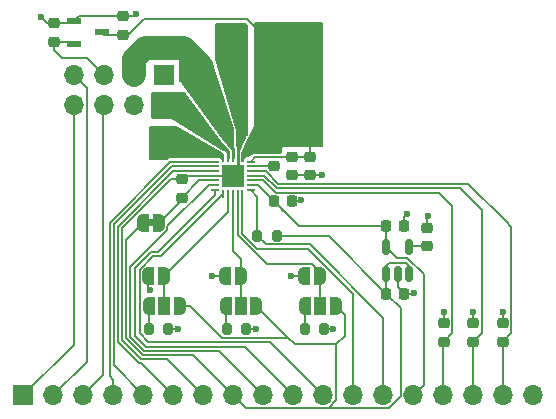
<source format=gtl>
G04 #@! TF.GenerationSoftware,KiCad,Pcbnew,(6.0.1)*
G04 #@! TF.CreationDate,2022-01-16T17:21:18+09:00*
G04 #@! TF.ProjectId,BrushlessMotorDriver_DRV8311,42727573-686c-4657-9373-4d6f746f7244,rev?*
G04 #@! TF.SameCoordinates,PX7270e00PY8b3c880*
G04 #@! TF.FileFunction,Copper,L1,Top*
G04 #@! TF.FilePolarity,Positive*
%FSLAX46Y46*%
G04 Gerber Fmt 4.6, Leading zero omitted, Abs format (unit mm)*
G04 Created by KiCad (PCBNEW (6.0.1)) date 2022-01-16 17:21:18*
%MOMM*%
%LPD*%
G01*
G04 APERTURE LIST*
G04 Aperture macros list*
%AMRoundRect*
0 Rectangle with rounded corners*
0 $1 Rounding radius*
0 $2 $3 $4 $5 $6 $7 $8 $9 X,Y pos of 4 corners*
0 Add a 4 corners polygon primitive as box body*
4,1,4,$2,$3,$4,$5,$6,$7,$8,$9,$2,$3,0*
0 Add four circle primitives for the rounded corners*
1,1,$1+$1,$2,$3*
1,1,$1+$1,$4,$5*
1,1,$1+$1,$6,$7*
1,1,$1+$1,$8,$9*
0 Add four rect primitives between the rounded corners*
20,1,$1+$1,$2,$3,$4,$5,0*
20,1,$1+$1,$4,$5,$6,$7,0*
20,1,$1+$1,$6,$7,$8,$9,0*
20,1,$1+$1,$8,$9,$2,$3,0*%
%AMFreePoly0*
4,1,22,0.550000,-0.750000,0.000000,-0.750000,0.000000,-0.745033,-0.079941,-0.743568,-0.215256,-0.701293,-0.333266,-0.622738,-0.424486,-0.514219,-0.481581,-0.384460,-0.499164,-0.250000,-0.500000,-0.250000,-0.500000,0.250000,-0.499164,0.250000,-0.499963,0.256109,-0.478152,0.396186,-0.417904,0.524511,-0.324060,0.630769,-0.204165,0.706417,-0.067858,0.745374,0.000000,0.744959,0.000000,0.750000,
0.550000,0.750000,0.550000,-0.750000,0.550000,-0.750000,$1*%
%AMFreePoly1*
4,1,20,0.000000,0.744959,0.073905,0.744508,0.209726,0.703889,0.328688,0.626782,0.421226,0.519385,0.479903,0.390333,0.500000,0.250000,0.500000,-0.250000,0.499851,-0.262216,0.476331,-0.402017,0.414519,-0.529596,0.319384,-0.634700,0.198574,-0.708877,0.061801,-0.746166,0.000000,-0.745033,0.000000,-0.750000,-0.550000,-0.750000,-0.550000,0.750000,0.000000,0.750000,0.000000,0.744959,
0.000000,0.744959,$1*%
%AMFreePoly2*
4,1,22,0.500000,-0.750000,0.000000,-0.750000,0.000000,-0.745033,-0.079941,-0.743568,-0.215256,-0.701293,-0.333266,-0.622738,-0.424486,-0.514219,-0.481581,-0.384460,-0.499164,-0.250000,-0.500000,-0.250000,-0.500000,0.250000,-0.499164,0.250000,-0.499963,0.256109,-0.478152,0.396186,-0.417904,0.524511,-0.324060,0.630769,-0.204165,0.706417,-0.067858,0.745374,0.000000,0.744959,0.000000,0.750000,
0.500000,0.750000,0.500000,-0.750000,0.500000,-0.750000,$1*%
%AMFreePoly3*
4,1,20,0.000000,0.744959,0.073905,0.744508,0.209726,0.703889,0.328688,0.626782,0.421226,0.519385,0.479903,0.390333,0.500000,0.250000,0.500000,-0.250000,0.499851,-0.262216,0.476331,-0.402017,0.414519,-0.529596,0.319384,-0.634700,0.198574,-0.708877,0.061801,-0.746166,0.000000,-0.745033,0.000000,-0.750000,-0.500000,-0.750000,-0.500000,0.750000,0.000000,0.750000,0.000000,0.744959,
0.000000,0.744959,$1*%
G04 Aperture macros list end*
G04 #@! TA.AperFunction,SMDPad,CuDef*
%ADD10RoundRect,0.225000X-0.225000X-0.250000X0.225000X-0.250000X0.225000X0.250000X-0.225000X0.250000X0*%
G04 #@! TD*
G04 #@! TA.AperFunction,SMDPad,CuDef*
%ADD11RoundRect,0.225000X0.250000X-0.225000X0.250000X0.225000X-0.250000X0.225000X-0.250000X-0.225000X0*%
G04 #@! TD*
G04 #@! TA.AperFunction,SMDPad,CuDef*
%ADD12RoundRect,0.200000X0.200000X0.275000X-0.200000X0.275000X-0.200000X-0.275000X0.200000X-0.275000X0*%
G04 #@! TD*
G04 #@! TA.AperFunction,SMDPad,CuDef*
%ADD13RoundRect,0.225000X-0.250000X0.225000X-0.250000X-0.225000X0.250000X-0.225000X0.250000X0.225000X0*%
G04 #@! TD*
G04 #@! TA.AperFunction,SMDPad,CuDef*
%ADD14FreePoly0,0.000000*%
G04 #@! TD*
G04 #@! TA.AperFunction,SMDPad,CuDef*
%ADD15R,1.000000X1.500000*%
G04 #@! TD*
G04 #@! TA.AperFunction,SMDPad,CuDef*
%ADD16FreePoly1,0.000000*%
G04 #@! TD*
G04 #@! TA.AperFunction,SMDPad,CuDef*
%ADD17R,1.309599X0.568000*%
G04 #@! TD*
G04 #@! TA.AperFunction,ComponentPad*
%ADD18R,1.700000X1.700000*%
G04 #@! TD*
G04 #@! TA.AperFunction,ComponentPad*
%ADD19O,1.700000X1.700000*%
G04 #@! TD*
G04 #@! TA.AperFunction,SMDPad,CuDef*
%ADD20FreePoly2,0.000000*%
G04 #@! TD*
G04 #@! TA.AperFunction,SMDPad,CuDef*
%ADD21FreePoly3,0.000000*%
G04 #@! TD*
G04 #@! TA.AperFunction,SMDPad,CuDef*
%ADD22R,0.680999X0.204000*%
G04 #@! TD*
G04 #@! TA.AperFunction,SMDPad,CuDef*
%ADD23R,0.204000X0.680999*%
G04 #@! TD*
G04 #@! TA.AperFunction,SMDPad,CuDef*
%ADD24R,1.955800X1.955800*%
G04 #@! TD*
G04 #@! TA.AperFunction,SMDPad,CuDef*
%ADD25RoundRect,0.225000X0.225000X0.250000X-0.225000X0.250000X-0.225000X-0.250000X0.225000X-0.250000X0*%
G04 #@! TD*
G04 #@! TA.AperFunction,SMDPad,CuDef*
%ADD26RoundRect,0.150000X0.150000X-0.512500X0.150000X0.512500X-0.150000X0.512500X-0.150000X-0.512500X0*%
G04 #@! TD*
G04 #@! TA.AperFunction,ViaPad*
%ADD27C,0.600000*%
G04 #@! TD*
G04 #@! TA.AperFunction,ViaPad*
%ADD28C,0.900000*%
G04 #@! TD*
G04 #@! TA.AperFunction,Conductor*
%ADD29C,0.200000*%
G04 #@! TD*
G04 #@! TA.AperFunction,Conductor*
%ADD30C,0.230000*%
G04 #@! TD*
G04 #@! TA.AperFunction,Conductor*
%ADD31C,2.000000*%
G04 #@! TD*
G04 APERTURE END LIST*
G36*
X12950000Y16200000D02*
G01*
X12450000Y16200000D01*
X12450000Y16800000D01*
X12950000Y16800000D01*
X12950000Y16200000D01*
G37*
D10*
X20365000Y28071200D03*
X21915000Y28071200D03*
D11*
X23140000Y21296200D03*
X23140000Y22846200D03*
X24640000Y20496200D03*
X24640000Y22046200D03*
D12*
X14175000Y7471200D03*
X12525000Y7471200D03*
D13*
X37500000Y7975000D03*
X37500000Y6425000D03*
D12*
X27375000Y7471200D03*
X25725000Y7471200D03*
D13*
X42500000Y7975000D03*
X42500000Y6425000D03*
D12*
X20765000Y7471200D03*
X19115000Y7471200D03*
D13*
X36100000Y16075000D03*
X36100000Y14525000D03*
D14*
X25750000Y9471200D03*
D15*
X27050000Y9471200D03*
D16*
X28350000Y9471200D03*
D17*
X6206200Y33550001D03*
X6206200Y31649999D03*
X8593800Y32600000D03*
D18*
X13800000Y28975000D03*
D19*
X13800000Y26435000D03*
X11260000Y28975000D03*
X11260000Y26435000D03*
X8720000Y28975000D03*
X8720000Y26435000D03*
X6180000Y28975000D03*
X6180000Y26435000D03*
D20*
X25700000Y11971200D03*
D21*
X27000000Y11971200D03*
D14*
X12550000Y9471200D03*
D15*
X13850000Y9471200D03*
D16*
X15150000Y9471200D03*
D22*
X21148900Y19271050D03*
X21148900Y19671100D03*
X21148900Y20071150D03*
X21148900Y20471200D03*
X21148900Y20871250D03*
X21148900Y21271300D03*
X21148900Y21671350D03*
D23*
X20440100Y21980100D03*
X20040050Y21980100D03*
X19640000Y21980100D03*
X19239950Y21980100D03*
X18839900Y21980100D03*
D22*
X18131100Y21671350D03*
X18131100Y21271300D03*
X18131100Y20871250D03*
X18131100Y20471200D03*
X18131100Y20071150D03*
X18131100Y19671100D03*
X18131100Y19271050D03*
D23*
X18839900Y18962300D03*
X19239950Y18962300D03*
X19640000Y18962300D03*
X20040050Y18962300D03*
X20440100Y18962300D03*
D24*
X19640000Y20471200D03*
D14*
X19040000Y9471200D03*
D15*
X20340000Y9471200D03*
D16*
X21640000Y9471200D03*
D10*
X20365000Y26571200D03*
X21915000Y26571200D03*
D13*
X40000000Y7975000D03*
X40000000Y6425000D03*
D25*
X34175000Y16200000D03*
X32625000Y16200000D03*
D26*
X32650000Y12162500D03*
X33600000Y12162500D03*
X34550000Y12162500D03*
X34550000Y14437500D03*
X32650000Y14437500D03*
D18*
X1900000Y1900000D03*
D19*
X4440000Y1900000D03*
X6980000Y1900000D03*
X9520000Y1900000D03*
X12060000Y1900000D03*
X14600000Y1900000D03*
X17140000Y1900000D03*
X19680000Y1900000D03*
X22220000Y1900000D03*
X24760000Y1900000D03*
X27300000Y1900000D03*
X29840000Y1900000D03*
X32380000Y1900000D03*
X34920000Y1900000D03*
X37460000Y1900000D03*
X40000000Y1900000D03*
X42540000Y1900000D03*
X45080000Y1900000D03*
D20*
X18990000Y11971200D03*
D21*
X20290000Y11971200D03*
D10*
X20365000Y29571200D03*
X21915000Y29571200D03*
D13*
X4500000Y33375000D03*
X4500000Y31825000D03*
X15300000Y20175000D03*
X15300000Y18625000D03*
X10300000Y33975000D03*
X10300000Y32425000D03*
D11*
X26140000Y20496200D03*
X26140000Y22046200D03*
D25*
X24675000Y18300000D03*
X23125000Y18300000D03*
D12*
X23365000Y15371200D03*
X21715000Y15371200D03*
D20*
X12050000Y16500000D03*
D21*
X13350000Y16500000D03*
D25*
X34175000Y10500000D03*
X32625000Y10500000D03*
D10*
X20365000Y25071200D03*
X21915000Y25071200D03*
D18*
X19865000Y32171200D03*
D19*
X22405000Y32171200D03*
D20*
X12500000Y11971200D03*
D21*
X13800000Y11971200D03*
D27*
X37500000Y8900000D03*
X40000000Y8900000D03*
X42500000Y8900000D03*
X20300000Y21100000D03*
X20300000Y19800000D03*
X15000000Y7500000D03*
X11400000Y34200000D03*
X12600000Y10800000D03*
X24600000Y12000000D03*
X34378800Y17202500D03*
X21600000Y7500000D03*
X25400000Y18400000D03*
X3400000Y33900000D03*
X36178800Y17102500D03*
X34978800Y10502500D03*
X19000000Y19800000D03*
X19000000Y21100000D03*
X27200000Y20500000D03*
X28100000Y7500000D03*
X19600000Y20500000D03*
X17900000Y12000000D03*
D28*
X14000000Y23200000D03*
X13100000Y23200000D03*
X13100000Y24100000D03*
X13100000Y22300000D03*
X14000000Y22300000D03*
X14000000Y24100000D03*
D29*
X37500000Y7975000D02*
X37500000Y8900000D01*
X40000000Y7975000D02*
X40000000Y8900000D01*
X42500000Y7975000D02*
X42500000Y8900000D01*
X38226920Y17926920D02*
X37126920Y19026920D01*
X38226920Y7151920D02*
X38226920Y17926920D01*
X37500000Y6425000D02*
X38226920Y7151920D01*
X32926920Y19026920D02*
X37126920Y19026920D01*
X40000000Y6425000D02*
X40726920Y7151920D01*
X40726920Y7151920D02*
X40726920Y17533080D01*
X38860000Y19400000D02*
X40380000Y17880000D01*
X40726920Y17533080D02*
X40380000Y17880000D01*
X43226920Y7151920D02*
X43226920Y16154278D01*
X43226920Y16154278D02*
X42740599Y16640599D01*
X39586918Y19794280D02*
X42740599Y16640599D01*
X42500000Y6425000D02*
X43226920Y7151920D01*
X37460000Y6385000D02*
X37500000Y6425000D01*
X37460000Y1900000D02*
X37460000Y6385000D01*
X40000000Y1900000D02*
X40000000Y6425000D01*
X42540000Y6385000D02*
X42500000Y6425000D01*
X42540000Y1900000D02*
X42540000Y6385000D01*
X4500000Y33375000D02*
X6031199Y33375000D01*
X11848089Y4951911D02*
X10255733Y6544267D01*
D30*
X20040050Y21980100D02*
X20040050Y24746250D01*
D29*
X34175000Y16998700D02*
X34378800Y17202500D01*
X34175000Y10500000D02*
X34976300Y10500000D01*
X34175000Y16200000D02*
X34175000Y16998700D01*
X17928800Y11971200D02*
X17900000Y12000000D01*
D30*
X20040050Y21980100D02*
X20040050Y21359950D01*
D29*
X27196200Y20496200D02*
X27200000Y20500000D01*
X10300000Y33975000D02*
X11175000Y33975000D01*
X21571200Y7471200D02*
X21600000Y7500000D01*
X17140000Y1900000D02*
X14088089Y4951911D01*
X18131100Y20471200D02*
X19571200Y20471200D01*
X14088089Y4951911D02*
X11848089Y4951911D01*
X25300000Y18300000D02*
X25400000Y18400000D01*
X15596200Y20471200D02*
X15300000Y20175000D01*
X35975000Y16200000D02*
X36100000Y16075000D01*
X33600000Y11075000D02*
X34175000Y10500000D01*
X4500000Y33375000D02*
X3925000Y33375000D01*
X18131100Y20471200D02*
X15596200Y20471200D01*
X36100000Y17023700D02*
X36178800Y17102500D01*
X14175000Y7471200D02*
X14971200Y7471200D01*
D30*
X20040050Y21359950D02*
X20300000Y21100000D01*
D29*
X12500000Y11971200D02*
X12500000Y10900000D01*
X10255733Y6544267D02*
X10255733Y16019097D01*
X25700000Y11971200D02*
X24628800Y11971200D01*
X33600000Y12162500D02*
X33600000Y11075000D01*
X6631199Y33975000D02*
X6206200Y33550001D01*
X14971200Y7471200D02*
X15000000Y7500000D01*
X6031199Y33375000D02*
X6206200Y33550001D01*
X26140000Y20496200D02*
X27196200Y20496200D01*
X34976300Y10500000D02*
X34978800Y10502500D01*
X24675000Y18300000D02*
X25300000Y18300000D01*
X18990000Y11971200D02*
X17928800Y11971200D01*
X27375000Y7471200D02*
X28071200Y7471200D01*
D30*
X20040050Y24746250D02*
X20365000Y25071200D01*
D29*
X10300000Y33975000D02*
X6631199Y33975000D01*
X36100000Y16075000D02*
X36100000Y17023700D01*
X19571200Y20471200D02*
X19600000Y20500000D01*
X10255733Y16019097D02*
X14411636Y20175000D01*
X3925000Y33375000D02*
X3400000Y33900000D01*
X24628800Y11971200D02*
X24600000Y12000000D01*
X14411636Y20175000D02*
X15300000Y20175000D01*
X11175000Y33975000D02*
X11400000Y34200000D01*
X24640000Y20496200D02*
X26140000Y20496200D01*
X20765000Y7471200D02*
X21571200Y7471200D01*
X28071200Y7471200D02*
X28100000Y7500000D01*
X12500000Y10900000D02*
X12600000Y10800000D01*
X33564420Y13523080D02*
X34420320Y13523080D01*
X21753900Y19671100D02*
X23125000Y18300000D01*
X32625000Y16200000D02*
X25225000Y16200000D01*
X35800000Y12143400D02*
X35800000Y2780000D01*
X32625000Y16200000D02*
X32625000Y14462500D01*
X32650000Y14437500D02*
X33564420Y13523080D01*
X34420320Y13523080D02*
X35800000Y12143400D01*
X23612500Y17812500D02*
X23125000Y18300000D01*
X35800000Y2780000D02*
X34920000Y1900000D01*
X23925000Y17500000D02*
X23612500Y17812500D01*
X32625000Y14462500D02*
X32650000Y14437500D01*
X34900000Y1920000D02*
X34920000Y1900000D01*
X23125000Y18300000D02*
X23465998Y18300000D01*
X25225000Y16200000D02*
X23612500Y17812500D01*
X32625000Y16200000D02*
X32625000Y16348700D01*
X21148900Y19671100D02*
X21753900Y19671100D01*
X10775000Y32425000D02*
X10300000Y32425000D01*
X10300000Y32425000D02*
X8768800Y32425000D01*
X12098099Y33748099D02*
X10775000Y32425000D01*
D30*
X23140000Y22846200D02*
X22523800Y22846200D01*
D29*
X21148900Y21671350D02*
X21523750Y22046200D01*
X21523750Y22046200D02*
X24640000Y22046200D01*
X20828101Y33748099D02*
X12098099Y33748099D01*
D30*
X22523800Y22846200D02*
X21915000Y23455000D01*
D29*
X21915000Y23455000D02*
X20440100Y21980100D01*
X26140000Y22046200D02*
X26140000Y23060000D01*
X21915000Y25071200D02*
X21915000Y23455000D01*
X26140000Y23060000D02*
X26100000Y23100000D01*
X24640000Y22046200D02*
X26140000Y22046200D01*
X8768800Y32425000D02*
X8593800Y32600000D01*
X22405000Y32171200D02*
X20828101Y33748099D01*
X6031199Y31825000D02*
X6206200Y31649999D01*
X5200000Y30400000D02*
X7295000Y30400000D01*
X7295000Y30400000D02*
X8720000Y28975000D01*
X4500000Y31825000D02*
X6031199Y31825000D01*
X4500000Y31825000D02*
X4500000Y31100000D01*
X4500000Y31100000D02*
X5200000Y30400000D01*
X32625000Y10500000D02*
X33840489Y9284511D01*
X27753800Y15371200D02*
X32625000Y10500000D01*
X21640000Y9471200D02*
X24255600Y6855600D01*
X28400000Y6200000D02*
X29100000Y6900000D01*
X34550000Y12825000D02*
X34320480Y13054520D01*
X24911200Y6200000D02*
X28400000Y6200000D01*
X12050000Y16500000D02*
X10607644Y15057644D01*
X18737088Y6766680D02*
X24166680Y6766680D01*
X34320480Y13054520D02*
X32879520Y13054520D01*
X10607644Y15057644D02*
X10607644Y6692356D01*
X33840489Y1833829D02*
X32827149Y820489D01*
X12050000Y16500000D02*
X13350000Y16500000D01*
X27747149Y820489D02*
X28400000Y1473340D01*
X32650000Y12825000D02*
X32650000Y12162500D01*
X18131100Y20071150D02*
X16746150Y20071150D01*
X10607644Y6692356D02*
X11996178Y5303822D01*
X20759511Y820489D02*
X27747149Y820489D01*
X16276178Y5303822D02*
X19680000Y1900000D01*
X32827149Y820489D02*
X20759511Y820489D01*
X34550000Y12162500D02*
X34550000Y12825000D01*
X15150000Y9471200D02*
X16032568Y9471200D01*
X16032568Y9471200D02*
X18737088Y6766680D01*
X23365000Y15371200D02*
X27753800Y15371200D01*
X29100000Y6900000D02*
X29100000Y8721200D01*
X11996178Y5303822D02*
X16276178Y5303822D01*
X32879520Y13054520D02*
X32650000Y12825000D01*
X28400000Y1473340D02*
X28400000Y6200000D01*
X24255600Y6855600D02*
X24911200Y6200000D01*
X15300000Y18625000D02*
X15300000Y18450000D01*
X29100000Y8721200D02*
X28350000Y9471200D01*
X19680000Y1900000D02*
X20759511Y820489D01*
X32650000Y10525000D02*
X32625000Y10500000D01*
X33840489Y9284511D02*
X33840489Y1833829D01*
X24166680Y6766680D02*
X24255600Y6855600D01*
X32650000Y12162500D02*
X32650000Y10525000D01*
X15300000Y18450000D02*
X13350000Y16500000D01*
X16746150Y20071150D02*
X15300000Y18625000D01*
X34637500Y14525000D02*
X34550000Y14437500D01*
X36100000Y14525000D02*
X34637500Y14525000D01*
X23115100Y21271300D02*
X23140000Y21296200D01*
X21148900Y21271300D02*
X23115100Y21271300D01*
X21148900Y20071150D02*
X22220230Y20071150D01*
X23264460Y19026920D02*
X32926920Y19026920D01*
X22220230Y20071150D02*
X23264460Y19026920D01*
X22317856Y20471200D02*
X23389056Y19400000D01*
X21148900Y20471200D02*
X22317856Y20471200D01*
X23389056Y19400000D02*
X38860000Y19400000D01*
X21148900Y20871250D02*
X22415484Y20871250D01*
X22415484Y20871250D02*
X23492454Y19794280D01*
X23492454Y19794280D02*
X39586918Y19794280D01*
X18839900Y21980100D02*
X18794739Y22025261D01*
X14274739Y22025261D02*
X14000000Y22300000D01*
X18794739Y22025261D02*
X14274739Y22025261D01*
D30*
X19239950Y22556371D02*
X18396321Y23400000D01*
X19239950Y21980100D02*
X19239950Y22556371D01*
X18396321Y23400000D02*
X18000000Y23400000D01*
D31*
X15434022Y31300000D02*
X15500000Y31300000D01*
X11260000Y30394022D02*
X12165978Y31300000D01*
D30*
X19640000Y22860000D02*
X19400000Y23100000D01*
D31*
X15500000Y31300000D02*
X16500000Y30300000D01*
X16900000Y29900000D02*
X16900000Y29100000D01*
X11260000Y28975000D02*
X11260000Y30394022D01*
D30*
X19640000Y21980100D02*
X19640000Y22860000D01*
D31*
X16500000Y30300000D02*
X16900000Y29900000D01*
X12165978Y31300000D02*
X15434022Y31300000D01*
D29*
X6980000Y1900000D02*
X8648089Y3568089D01*
X8648089Y3568089D02*
X8648089Y26363089D01*
X8648089Y26363089D02*
X8720000Y26435000D01*
X7281911Y27873089D02*
X7281911Y4741911D01*
X7281911Y4741911D02*
X4440000Y1900000D01*
X6180000Y28975000D02*
X7281911Y27873089D01*
X6180000Y6180000D02*
X1900000Y1900000D01*
X6180000Y26435000D02*
X6180000Y6180000D01*
X20440100Y18962300D02*
X20440100Y15563668D01*
X20440100Y15563668D02*
X21703768Y14300000D01*
X21703768Y14300000D02*
X25982938Y14300000D01*
X29840000Y10442938D02*
X29840000Y1900000D01*
X25982938Y14300000D02*
X29840000Y10442938D01*
X18131100Y20871250D02*
X18125430Y20876920D01*
X11700000Y4600000D02*
X11900000Y4600000D01*
X18125430Y20876920D02*
X14615866Y20876920D01*
X11900000Y4600000D02*
X14600000Y1900000D01*
X9903822Y6396178D02*
X11700000Y4600000D01*
X9903822Y16164876D02*
X9903822Y6396178D01*
X14615866Y20876920D02*
X9903822Y16164876D01*
X14101911Y15901911D02*
X10959555Y12759555D01*
X12144268Y5655732D02*
X10959555Y6840445D01*
X22205774Y1900000D02*
X22220000Y1900000D01*
X17584829Y19671100D02*
X14101911Y16188182D01*
X18464268Y5655732D02*
X12144268Y5655732D01*
X22220000Y1900000D02*
X18464268Y5655732D01*
X18131100Y19671100D02*
X17584829Y19671100D01*
X14101911Y16188182D02*
X14101911Y15901911D01*
X10959555Y6840445D02*
X10959555Y12759555D01*
X12060000Y1900000D02*
X9551911Y4408089D01*
X9551911Y4408089D02*
X9551911Y16351911D01*
X14471300Y21271300D02*
X18131100Y21271300D01*
X9551911Y16351911D02*
X14471300Y21271300D01*
X13300000Y14000000D02*
X12720025Y14000000D01*
X18131100Y19271050D02*
X17929836Y19271050D01*
X20652356Y6007644D02*
X24760000Y1900000D01*
X18131100Y19271050D02*
X18131100Y18831100D01*
X11396169Y6903831D02*
X12292356Y6007644D01*
X12720025Y14000000D02*
X11396169Y12676144D01*
X11396169Y12676144D02*
X11396169Y6903831D01*
X18131100Y18831100D02*
X13300000Y14000000D01*
X12292356Y6007644D02*
X20652356Y6007644D01*
X9200000Y16497690D02*
X9200000Y3500000D01*
X9400000Y2020000D02*
X9520000Y1900000D01*
X18100729Y21640979D02*
X14343289Y21640979D01*
X9520000Y3180000D02*
X9520000Y1900000D01*
X9200000Y3500000D02*
X9520000Y3180000D01*
X14343289Y21640979D02*
X9200000Y16497690D01*
X18131100Y21671350D02*
X18100729Y21640979D01*
X13525689Y13648089D02*
X12865791Y13648089D01*
X12865791Y13648089D02*
X11748080Y12530378D01*
X18839900Y18962300D02*
X13525689Y13648089D01*
X11748080Y7134010D02*
X12489721Y6392369D01*
X11748080Y12530378D02*
X11748080Y7134010D01*
X22807631Y6392369D02*
X27300000Y1900000D01*
X12489721Y6392369D02*
X22807631Y6392369D01*
X18839900Y18962300D02*
X18817139Y18939539D01*
X21715000Y15371200D02*
X21715000Y18704950D01*
X22419520Y14666680D02*
X26133320Y14666680D01*
X32380000Y8420000D02*
X32380000Y1900000D01*
X26133320Y14666680D02*
X32380000Y8420000D01*
X21715000Y18704950D02*
X21148900Y19271050D01*
X21715000Y15371200D02*
X22419520Y14666680D01*
X25750000Y9471200D02*
X25750000Y7496200D01*
X25750000Y7496200D02*
X25725000Y7471200D01*
X27000000Y9521200D02*
X27050000Y9471200D01*
X27000000Y12277468D02*
X26304348Y12973120D01*
X27000000Y11971200D02*
X27000000Y9521200D01*
X27000000Y11971200D02*
X27000000Y12277468D01*
X20040050Y15434362D02*
X20040050Y18962300D01*
X26304348Y12973120D02*
X22501292Y12973120D01*
X22501292Y12973120D02*
X20040050Y15434362D01*
X19040000Y9471200D02*
X19040000Y7546200D01*
X19040000Y7546200D02*
X19115000Y7471200D01*
X19640000Y14060000D02*
X20300000Y13400000D01*
X19640000Y18962300D02*
X19640000Y14060000D01*
X20340000Y11921200D02*
X20290000Y11971200D01*
X20290000Y13390000D02*
X20290000Y11971200D01*
X20300000Y13400000D02*
X20290000Y13390000D01*
X20340000Y9471200D02*
X20340000Y11921200D01*
X12550000Y7496200D02*
X12525000Y7471200D01*
X12550000Y9471200D02*
X12550000Y7496200D01*
X19239950Y18962300D02*
X19239950Y17411150D01*
X13850000Y11921200D02*
X13800000Y11971200D01*
X19239950Y17411150D02*
X13800000Y11971200D01*
X13850000Y9471200D02*
X13850000Y11921200D01*
X17694607Y30290213D02*
X17727868Y30265994D01*
X17753691Y30221085D01*
X19625550Y24418324D01*
X19625550Y22718197D01*
X19611398Y22748548D01*
X19589862Y22779305D01*
X19571101Y22811799D01*
X19549001Y22838137D01*
X19520261Y22862253D01*
X18908465Y23474048D01*
X15223193Y28499419D01*
X15205202Y28534439D01*
X15199000Y28573321D01*
X15199000Y30190248D01*
X15208480Y30237910D01*
X15229954Y30270046D01*
X15262090Y30291520D01*
X15309752Y30301000D01*
X17643947Y30301000D01*
X17694607Y30290213D02*
X17643947Y30301000D01*
G04 #@! TA.AperFunction,Conductor*
G36*
X17694607Y30290213D02*
G01*
X17727868Y30265994D01*
X17753691Y30221085D01*
X19625550Y24418324D01*
X19625550Y22718197D01*
X19611398Y22748548D01*
X19589862Y22779305D01*
X19571101Y22811799D01*
X19549001Y22838137D01*
X19520261Y22862253D01*
X18908465Y23474048D01*
X15223193Y28499419D01*
X15205202Y28534439D01*
X15199000Y28573321D01*
X15199000Y30190248D01*
X15208480Y30237910D01*
X15229954Y30270046D01*
X15262090Y30291520D01*
X15309752Y30301000D01*
X17643947Y30301000D01*
X17694607Y30290213D01*
G37*
G04 #@! TD.AperFunction*
X15443952Y27487903D02*
X15487717Y27451377D01*
X19225500Y22467666D01*
X19225500Y22423853D01*
X19213082Y22453832D01*
X19168767Y22520153D01*
X19141454Y22547466D01*
X19075133Y22591781D01*
X19039445Y22606564D01*
X18980962Y22618197D01*
X18961648Y22620099D01*
X18836515Y22620099D01*
X14501676Y25352932D01*
X14489417Y25359505D01*
X14438268Y25382462D01*
X14411606Y25390165D01*
X14356095Y25398023D01*
X14342219Y25399000D01*
X12909752Y25399000D01*
X12862090Y25408480D01*
X12829954Y25429954D01*
X12808480Y25462090D01*
X12799000Y25509752D01*
X12799000Y27390248D01*
X12808480Y27437910D01*
X12829954Y27470046D01*
X12862090Y27491520D01*
X12909752Y27501000D01*
X15388471Y27501000D01*
X15443952Y27487903D02*
X15388471Y27501000D01*
G04 #@! TA.AperFunction,Conductor*
G36*
X15443952Y27487903D02*
G01*
X15487717Y27451377D01*
X19225500Y22467666D01*
X19225500Y22423853D01*
X19213082Y22453832D01*
X19168767Y22520153D01*
X19141454Y22547466D01*
X19075133Y22591781D01*
X19039445Y22606564D01*
X18980962Y22618197D01*
X18961648Y22620099D01*
X18836515Y22620099D01*
X14501676Y25352932D01*
X14489417Y25359505D01*
X14438268Y25382462D01*
X14411606Y25390165D01*
X14356095Y25398023D01*
X14342219Y25399000D01*
X12909752Y25399000D01*
X12862090Y25408480D01*
X12829954Y25429954D01*
X12808480Y25462090D01*
X12799000Y25509752D01*
X12799000Y27390248D01*
X12808480Y27437910D01*
X12829954Y27470046D01*
X12862090Y27491520D01*
X12909752Y27501000D01*
X15388471Y27501000D01*
X15443952Y27487903D01*
G37*
G04 #@! TD.AperFunction*
X14772595Y24596805D02*
X14802582Y24584501D01*
X18825450Y22285719D01*
X18825450Y21952497D01*
X18826954Y21935306D01*
X18838450Y21870108D01*
X18838450Y21748600D01*
X18771099Y21748600D01*
X18771099Y21793098D01*
X18769197Y21812412D01*
X18757564Y21870895D01*
X18742781Y21906583D01*
X18698466Y21972904D01*
X18671153Y22000217D01*
X18604832Y22044532D01*
X18569144Y22059315D01*
X18510661Y22070948D01*
X18491347Y22072850D01*
X17770853Y22072850D01*
X17751539Y22070948D01*
X17693056Y22059315D01*
X17657368Y22044532D01*
X17651302Y22040479D01*
X14396797Y22040479D01*
X14384234Y22042334D01*
X14334815Y22040479D01*
X14315341Y22040479D01*
X14301993Y22039247D01*
X14272367Y22038135D01*
X14237002Y22030166D01*
X14226424Y22025621D01*
X14215109Y22023514D01*
X14181288Y22010464D01*
X14158613Y21996487D01*
X14134146Y21985975D01*
X14110382Y21971511D01*
X14105496Y21967497D01*
X14098336Y21961005D01*
X14093972Y21956641D01*
X14085992Y21951722D01*
X14059137Y21927371D01*
X14041475Y21904144D01*
X14036331Y21899000D01*
X12709752Y21899000D01*
X12662090Y21908480D01*
X12629954Y21929954D01*
X12608480Y21962090D01*
X12599000Y22009752D01*
X12599000Y24490248D01*
X12608480Y24537910D01*
X12629954Y24570046D01*
X12662090Y24591520D01*
X12709752Y24601000D01*
X14740456Y24601000D01*
X14772595Y24596805D02*
X14740456Y24601000D01*
G04 #@! TA.AperFunction,Conductor*
G36*
X14772595Y24596805D02*
G01*
X14802582Y24584501D01*
X18825450Y22285719D01*
X18825450Y21952497D01*
X18826954Y21935306D01*
X18838450Y21870108D01*
X18838450Y21748600D01*
X18771099Y21748600D01*
X18771099Y21793098D01*
X18769197Y21812412D01*
X18757564Y21870895D01*
X18742781Y21906583D01*
X18698466Y21972904D01*
X18671153Y22000217D01*
X18604832Y22044532D01*
X18569144Y22059315D01*
X18510661Y22070948D01*
X18491347Y22072850D01*
X17770853Y22072850D01*
X17751539Y22070948D01*
X17693056Y22059315D01*
X17657368Y22044532D01*
X17651302Y22040479D01*
X14396797Y22040479D01*
X14384234Y22042334D01*
X14334815Y22040479D01*
X14315341Y22040479D01*
X14301993Y22039247D01*
X14272367Y22038135D01*
X14237002Y22030166D01*
X14226424Y22025621D01*
X14215109Y22023514D01*
X14181288Y22010464D01*
X14158613Y21996487D01*
X14134146Y21985975D01*
X14110382Y21971511D01*
X14105496Y21967497D01*
X14098336Y21961005D01*
X14093972Y21956641D01*
X14085992Y21951722D01*
X14059137Y21927371D01*
X14041475Y21904144D01*
X14036331Y21899000D01*
X12709752Y21899000D01*
X12662090Y21908480D01*
X12629954Y21929954D01*
X12608480Y21962090D01*
X12599000Y22009752D01*
X12599000Y24490248D01*
X12608480Y24537910D01*
X12629954Y24570046D01*
X12662090Y24591520D01*
X12709752Y24601000D01*
X14740456Y24601000D01*
X14772595Y24596805D01*
G37*
G04 #@! TD.AperFunction*
X20801000Y33210221D02*
X20801000Y23952960D01*
X20797647Y23924162D01*
X20787767Y23896905D01*
X20132567Y22586503D01*
X20128041Y22575967D01*
X20112276Y22532475D01*
X20108347Y22515834D01*
X20066918Y22453832D01*
X20054500Y22423853D01*
X20054500Y22841909D01*
X20057771Y22879293D01*
X20054775Y22913544D01*
X20045062Y22949795D01*
X20038543Y22986764D01*
X20026784Y23019070D01*
X20026253Y23019990D01*
X20025977Y23021019D01*
X20011447Y23052178D01*
X19999000Y23069954D01*
X19999000Y24171555D01*
X19998753Y24178544D01*
X19996760Y24206706D01*
X19994792Y24220540D01*
X19988854Y24248140D01*
X19987143Y24254919D01*
X18203980Y30396926D01*
X18200252Y30414256D01*
X18199000Y30431944D01*
X18199000Y33290248D01*
X18208480Y33337910D01*
X18215623Y33348599D01*
X20662622Y33348599D01*
X20801000Y33210221D02*
X20662622Y33348599D01*
G04 #@! TA.AperFunction,Conductor*
G36*
X20801000Y33210221D02*
G01*
X20801000Y23952960D01*
X20797647Y23924162D01*
X20787767Y23896905D01*
X20132567Y22586503D01*
X20128041Y22575967D01*
X20112276Y22532475D01*
X20108347Y22515834D01*
X20066918Y22453832D01*
X20054500Y22423853D01*
X20054500Y22841909D01*
X20057771Y22879293D01*
X20054775Y22913544D01*
X20045062Y22949795D01*
X20038543Y22986764D01*
X20026784Y23019070D01*
X20026253Y23019990D01*
X20025977Y23021019D01*
X20011447Y23052178D01*
X19999000Y23069954D01*
X19999000Y24171555D01*
X19998753Y24178544D01*
X19996760Y24206706D01*
X19994792Y24220540D01*
X19988854Y24248140D01*
X19987143Y24254919D01*
X18203980Y30396926D01*
X18200252Y30414256D01*
X18199000Y30431944D01*
X18199000Y33290248D01*
X18208480Y33337910D01*
X18215623Y33348599D01*
X20662622Y33348599D01*
X20801000Y33210221D01*
G37*
G04 #@! TD.AperFunction*
X27137910Y33391520D02*
X27170046Y33370046D01*
X27191520Y33337910D01*
X27201000Y33290248D01*
X27201000Y23109752D01*
X27191520Y23062090D01*
X27170046Y23029954D01*
X27137910Y23008480D01*
X27090248Y22999000D01*
X24000000Y22999000D01*
X23980686Y22997098D01*
X23904149Y22981874D01*
X23868461Y22967091D01*
X23803577Y22923736D01*
X23776264Y22896423D01*
X23732909Y22831539D01*
X23718126Y22795851D01*
X23702902Y22719314D01*
X23701000Y22700000D01*
X23701000Y22509752D01*
X23691520Y22462090D01*
X23670046Y22429954D01*
X23637910Y22408480D01*
X23590248Y22399000D01*
X21542443Y22399000D01*
X21532110Y22398459D01*
X21490592Y22394102D01*
X21470379Y22389813D01*
X21430669Y22376932D01*
X21421007Y22373229D01*
X20678564Y22043255D01*
X20662032Y22033915D01*
X20599453Y21990147D01*
X20573182Y21962966D01*
X20531569Y21898933D01*
X20517401Y21863888D01*
X20502821Y21788926D01*
X20501000Y21770025D01*
X20501000Y21763035D01*
X20497132Y21748600D01*
X20454550Y21748600D01*
X20454550Y22393696D01*
X21469738Y24516360D01*
X21473938Y24526567D01*
X21488556Y24568617D01*
X21493430Y24590105D01*
X21498385Y24634346D01*
X21499000Y24645365D01*
X21499000Y33290248D01*
X21508480Y33337910D01*
X21529954Y33370046D01*
X21562090Y33391520D01*
X21609752Y33401000D01*
X27090248Y33401000D01*
X27137910Y33391520D02*
X27090248Y33401000D01*
G04 #@! TA.AperFunction,Conductor*
G36*
X27137910Y33391520D02*
G01*
X27170046Y33370046D01*
X27191520Y33337910D01*
X27201000Y33290248D01*
X27201000Y23109752D01*
X27191520Y23062090D01*
X27170046Y23029954D01*
X27137910Y23008480D01*
X27090248Y22999000D01*
X24000000Y22999000D01*
X23980686Y22997098D01*
X23904149Y22981874D01*
X23868461Y22967091D01*
X23803577Y22923736D01*
X23776264Y22896423D01*
X23732909Y22831539D01*
X23718126Y22795851D01*
X23702902Y22719314D01*
X23701000Y22700000D01*
X23701000Y22509752D01*
X23691520Y22462090D01*
X23670046Y22429954D01*
X23637910Y22408480D01*
X23590248Y22399000D01*
X21542443Y22399000D01*
X21532110Y22398459D01*
X21490592Y22394102D01*
X21470379Y22389813D01*
X21430669Y22376932D01*
X21421007Y22373229D01*
X20678564Y22043255D01*
X20662032Y22033915D01*
X20599453Y21990147D01*
X20573182Y21962966D01*
X20531569Y21898933D01*
X20517401Y21863888D01*
X20502821Y21788926D01*
X20501000Y21770025D01*
X20501000Y21763035D01*
X20497132Y21748600D01*
X20454550Y21748600D01*
X20454550Y22393696D01*
X21469738Y24516360D01*
X21473938Y24526567D01*
X21488556Y24568617D01*
X21493430Y24590105D01*
X21498385Y24634346D01*
X21499000Y24645365D01*
X21499000Y33290248D01*
X21508480Y33337910D01*
X21529954Y33370046D01*
X21562090Y33391520D01*
X21609752Y33401000D01*
X27090248Y33401000D01*
X27137910Y33391520D01*
G37*
G04 #@! TD.AperFunction*
M02*

</source>
